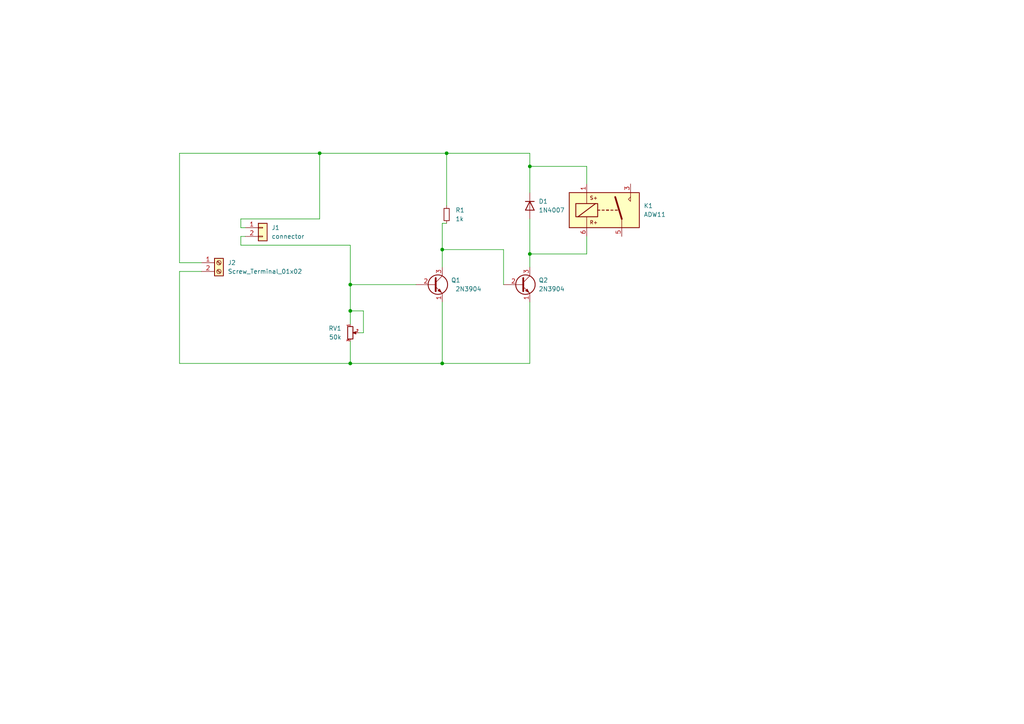
<source format=kicad_sch>
(kicad_sch (version 20211123) (generator eeschema)

  (uuid e63e39d7-6ac0-4ffd-8aa3-1841a4541b55)

  (paper "A4")

  (lib_symbols
    (symbol "Connector:Screw_Terminal_01x02" (pin_names (offset 1.016) hide) (in_bom yes) (on_board yes)
      (property "Reference" "J" (id 0) (at 0 2.54 0)
        (effects (font (size 1.27 1.27)))
      )
      (property "Value" "Screw_Terminal_01x02" (id 1) (at 0 -5.08 0)
        (effects (font (size 1.27 1.27)))
      )
      (property "Footprint" "" (id 2) (at 0 0 0)
        (effects (font (size 1.27 1.27)) hide)
      )
      (property "Datasheet" "~" (id 3) (at 0 0 0)
        (effects (font (size 1.27 1.27)) hide)
      )
      (property "ki_keywords" "screw terminal" (id 4) (at 0 0 0)
        (effects (font (size 1.27 1.27)) hide)
      )
      (property "ki_description" "Generic screw terminal, single row, 01x02, script generated (kicad-library-utils/schlib/autogen/connector/)" (id 5) (at 0 0 0)
        (effects (font (size 1.27 1.27)) hide)
      )
      (property "ki_fp_filters" "TerminalBlock*:*" (id 6) (at 0 0 0)
        (effects (font (size 1.27 1.27)) hide)
      )
      (symbol "Screw_Terminal_01x02_1_1"
        (rectangle (start -1.27 1.27) (end 1.27 -3.81)
          (stroke (width 0.254) (type default) (color 0 0 0 0))
          (fill (type background))
        )
        (circle (center 0 -2.54) (radius 0.635)
          (stroke (width 0.1524) (type default) (color 0 0 0 0))
          (fill (type none))
        )
        (polyline
          (pts
            (xy -0.5334 -2.2098)
            (xy 0.3302 -3.048)
          )
          (stroke (width 0.1524) (type default) (color 0 0 0 0))
          (fill (type none))
        )
        (polyline
          (pts
            (xy -0.5334 0.3302)
            (xy 0.3302 -0.508)
          )
          (stroke (width 0.1524) (type default) (color 0 0 0 0))
          (fill (type none))
        )
        (polyline
          (pts
            (xy -0.3556 -2.032)
            (xy 0.508 -2.8702)
          )
          (stroke (width 0.1524) (type default) (color 0 0 0 0))
          (fill (type none))
        )
        (polyline
          (pts
            (xy -0.3556 0.508)
            (xy 0.508 -0.3302)
          )
          (stroke (width 0.1524) (type default) (color 0 0 0 0))
          (fill (type none))
        )
        (circle (center 0 0) (radius 0.635)
          (stroke (width 0.1524) (type default) (color 0 0 0 0))
          (fill (type none))
        )
        (pin passive line (at -5.08 0 0) (length 3.81)
          (name "Pin_1" (effects (font (size 1.27 1.27))))
          (number "1" (effects (font (size 1.27 1.27))))
        )
        (pin passive line (at -5.08 -2.54 0) (length 3.81)
          (name "Pin_2" (effects (font (size 1.27 1.27))))
          (number "2" (effects (font (size 1.27 1.27))))
        )
      )
    )
    (symbol "Connector_Generic:Conn_01x02" (pin_names (offset 1.016) hide) (in_bom yes) (on_board yes)
      (property "Reference" "J" (id 0) (at 0 2.54 0)
        (effects (font (size 1.27 1.27)))
      )
      (property "Value" "Conn_01x02" (id 1) (at 0 -5.08 0)
        (effects (font (size 1.27 1.27)))
      )
      (property "Footprint" "" (id 2) (at 0 0 0)
        (effects (font (size 1.27 1.27)) hide)
      )
      (property "Datasheet" "~" (id 3) (at 0 0 0)
        (effects (font (size 1.27 1.27)) hide)
      )
      (property "ki_keywords" "connector" (id 4) (at 0 0 0)
        (effects (font (size 1.27 1.27)) hide)
      )
      (property "ki_description" "Generic connector, single row, 01x02, script generated (kicad-library-utils/schlib/autogen/connector/)" (id 5) (at 0 0 0)
        (effects (font (size 1.27 1.27)) hide)
      )
      (property "ki_fp_filters" "Connector*:*_1x??_*" (id 6) (at 0 0 0)
        (effects (font (size 1.27 1.27)) hide)
      )
      (symbol "Conn_01x02_1_1"
        (rectangle (start -1.27 -2.413) (end 0 -2.667)
          (stroke (width 0.1524) (type default) (color 0 0 0 0))
          (fill (type none))
        )
        (rectangle (start -1.27 0.127) (end 0 -0.127)
          (stroke (width 0.1524) (type default) (color 0 0 0 0))
          (fill (type none))
        )
        (rectangle (start -1.27 1.27) (end 1.27 -3.81)
          (stroke (width 0.254) (type default) (color 0 0 0 0))
          (fill (type background))
        )
        (pin passive line (at -5.08 0 0) (length 3.81)
          (name "Pin_1" (effects (font (size 1.27 1.27))))
          (number "1" (effects (font (size 1.27 1.27))))
        )
        (pin passive line (at -5.08 -2.54 0) (length 3.81)
          (name "Pin_2" (effects (font (size 1.27 1.27))))
          (number "2" (effects (font (size 1.27 1.27))))
        )
      )
    )
    (symbol "Device:R_Potentiometer_Small" (pin_names (offset 1.016) hide) (in_bom yes) (on_board yes)
      (property "Reference" "RV" (id 0) (at -4.445 0 90)
        (effects (font (size 1.27 1.27)))
      )
      (property "Value" "R_Potentiometer_Small" (id 1) (at -2.54 0 90)
        (effects (font (size 1.27 1.27)))
      )
      (property "Footprint" "" (id 2) (at 0 0 0)
        (effects (font (size 1.27 1.27)) hide)
      )
      (property "Datasheet" "~" (id 3) (at 0 0 0)
        (effects (font (size 1.27 1.27)) hide)
      )
      (property "ki_keywords" "resistor variable" (id 4) (at 0 0 0)
        (effects (font (size 1.27 1.27)) hide)
      )
      (property "ki_description" "Potentiometer" (id 5) (at 0 0 0)
        (effects (font (size 1.27 1.27)) hide)
      )
      (property "ki_fp_filters" "Potentiometer*" (id 6) (at 0 0 0)
        (effects (font (size 1.27 1.27)) hide)
      )
      (symbol "R_Potentiometer_Small_0_1"
        (polyline
          (pts
            (xy 0.889 0)
            (xy 0.635 0)
            (xy 1.651 0.381)
            (xy 1.651 -0.381)
            (xy 0.635 0)
            (xy 0.889 0)
          )
          (stroke (width 0) (type default) (color 0 0 0 0))
          (fill (type outline))
        )
        (rectangle (start 0.762 1.8034) (end -0.762 -1.8034)
          (stroke (width 0.254) (type default) (color 0 0 0 0))
          (fill (type none))
        )
      )
      (symbol "R_Potentiometer_Small_1_1"
        (pin passive line (at 0 2.54 270) (length 0.635)
          (name "1" (effects (font (size 0.635 0.635))))
          (number "1" (effects (font (size 0.635 0.635))))
        )
        (pin passive line (at 2.54 0 180) (length 0.9906)
          (name "2" (effects (font (size 0.635 0.635))))
          (number "2" (effects (font (size 0.635 0.635))))
        )
        (pin passive line (at 0 -2.54 90) (length 0.635)
          (name "3" (effects (font (size 0.635 0.635))))
          (number "3" (effects (font (size 0.635 0.635))))
        )
      )
    )
    (symbol "Device:R_Small" (pin_numbers hide) (pin_names (offset 0.254) hide) (in_bom yes) (on_board yes)
      (property "Reference" "R" (id 0) (at 0.762 0.508 0)
        (effects (font (size 1.27 1.27)) (justify left))
      )
      (property "Value" "R_Small" (id 1) (at 0.762 -1.016 0)
        (effects (font (size 1.27 1.27)) (justify left))
      )
      (property "Footprint" "" (id 2) (at 0 0 0)
        (effects (font (size 1.27 1.27)) hide)
      )
      (property "Datasheet" "~" (id 3) (at 0 0 0)
        (effects (font (size 1.27 1.27)) hide)
      )
      (property "ki_keywords" "R resistor" (id 4) (at 0 0 0)
        (effects (font (size 1.27 1.27)) hide)
      )
      (property "ki_description" "Resistor, small symbol" (id 5) (at 0 0 0)
        (effects (font (size 1.27 1.27)) hide)
      )
      (property "ki_fp_filters" "R_*" (id 6) (at 0 0 0)
        (effects (font (size 1.27 1.27)) hide)
      )
      (symbol "R_Small_0_1"
        (rectangle (start -0.762 1.778) (end 0.762 -1.778)
          (stroke (width 0.2032) (type default) (color 0 0 0 0))
          (fill (type none))
        )
      )
      (symbol "R_Small_1_1"
        (pin passive line (at 0 2.54 270) (length 0.762)
          (name "~" (effects (font (size 1.27 1.27))))
          (number "1" (effects (font (size 1.27 1.27))))
        )
        (pin passive line (at 0 -2.54 90) (length 0.762)
          (name "~" (effects (font (size 1.27 1.27))))
          (number "2" (effects (font (size 1.27 1.27))))
        )
      )
    )
    (symbol "Diode:1N4007" (pin_numbers hide) (pin_names (offset 1.016) hide) (in_bom yes) (on_board yes)
      (property "Reference" "D" (id 0) (at 0 2.54 0)
        (effects (font (size 1.27 1.27)))
      )
      (property "Value" "1N4007" (id 1) (at 0 -2.54 0)
        (effects (font (size 1.27 1.27)))
      )
      (property "Footprint" "Diode_THT:D_DO-41_SOD81_P10.16mm_Horizontal" (id 2) (at 0 -4.445 0)
        (effects (font (size 1.27 1.27)) hide)
      )
      (property "Datasheet" "http://www.vishay.com/docs/88503/1n4001.pdf" (id 3) (at 0 0 0)
        (effects (font (size 1.27 1.27)) hide)
      )
      (property "ki_keywords" "diode" (id 4) (at 0 0 0)
        (effects (font (size 1.27 1.27)) hide)
      )
      (property "ki_description" "1000V 1A General Purpose Rectifier Diode, DO-41" (id 5) (at 0 0 0)
        (effects (font (size 1.27 1.27)) hide)
      )
      (property "ki_fp_filters" "D*DO?41*" (id 6) (at 0 0 0)
        (effects (font (size 1.27 1.27)) hide)
      )
      (symbol "1N4007_0_1"
        (polyline
          (pts
            (xy -1.27 1.27)
            (xy -1.27 -1.27)
          )
          (stroke (width 0.254) (type default) (color 0 0 0 0))
          (fill (type none))
        )
        (polyline
          (pts
            (xy 1.27 0)
            (xy -1.27 0)
          )
          (stroke (width 0) (type default) (color 0 0 0 0))
          (fill (type none))
        )
        (polyline
          (pts
            (xy 1.27 1.27)
            (xy 1.27 -1.27)
            (xy -1.27 0)
            (xy 1.27 1.27)
          )
          (stroke (width 0.254) (type default) (color 0 0 0 0))
          (fill (type none))
        )
      )
      (symbol "1N4007_1_1"
        (pin passive line (at -3.81 0 0) (length 2.54)
          (name "K" (effects (font (size 1.27 1.27))))
          (number "1" (effects (font (size 1.27 1.27))))
        )
        (pin passive line (at 3.81 0 180) (length 2.54)
          (name "A" (effects (font (size 1.27 1.27))))
          (number "2" (effects (font (size 1.27 1.27))))
        )
      )
    )
    (symbol "Relay:ADW11" (in_bom yes) (on_board yes)
      (property "Reference" "K" (id 0) (at 11.43 3.81 0)
        (effects (font (size 1.27 1.27)))
      )
      (property "Value" "ADW11" (id 1) (at 13.97 1.27 0)
        (effects (font (size 1.27 1.27)))
      )
      (property "Footprint" "Relay_THT:Relay_1P1T_NO_10x24x18.8mm_Panasonic_ADW11xxxxW_THT" (id 2) (at 33.655 -1.27 0)
        (effects (font (size 1.27 1.27)) hide)
      )
      (property "Datasheet" "https://www.panasonic-electric-works.com/pew/es/downloads/ds_dw_hl_en.pdf" (id 3) (at 0 0 0)
        (effects (font (size 1.27 1.27)) hide)
      )
      (property "ki_keywords" "SPST 1P1T" (id 4) (at 0 0 0)
        (effects (font (size 1.27 1.27)) hide)
      )
      (property "ki_description" "Panasonic, 8A/16A, Small Polarized Latching Power Relays, Single coil, 1 Form A" (id 5) (at 0 0 0)
        (effects (font (size 1.27 1.27)) hide)
      )
      (property "ki_fp_filters" "Relay*1P1T*NO*Panasonic*ADW11xxxxW*" (id 6) (at 0 0 0)
        (effects (font (size 1.27 1.27)) hide)
      )
      (symbol "ADW11_1_1"
        (rectangle (start -10.16 5.08) (end 10.16 -5.08)
          (stroke (width 0.254) (type default) (color 0 0 0 0))
          (fill (type background))
        )
        (rectangle (start -8.255 1.905) (end -1.905 -1.905)
          (stroke (width 0.254) (type default) (color 0 0 0 0))
          (fill (type none))
        )
        (polyline
          (pts
            (xy -7.62 -1.905)
            (xy -2.54 1.905)
          )
          (stroke (width 0.254) (type default) (color 0 0 0 0))
          (fill (type none))
        )
        (polyline
          (pts
            (xy -5.08 -5.08)
            (xy -5.08 -1.905)
          )
          (stroke (width 0) (type default) (color 0 0 0 0))
          (fill (type none))
        )
        (polyline
          (pts
            (xy -5.08 5.08)
            (xy -5.08 1.905)
          )
          (stroke (width 0) (type default) (color 0 0 0 0))
          (fill (type none))
        )
        (polyline
          (pts
            (xy -1.905 0)
            (xy -1.27 0)
          )
          (stroke (width 0.254) (type default) (color 0 0 0 0))
          (fill (type none))
        )
        (polyline
          (pts
            (xy -0.635 0)
            (xy 0 0)
          )
          (stroke (width 0.254) (type default) (color 0 0 0 0))
          (fill (type none))
        )
        (polyline
          (pts
            (xy 0.635 0)
            (xy 1.27 0)
          )
          (stroke (width 0.254) (type default) (color 0 0 0 0))
          (fill (type none))
        )
        (polyline
          (pts
            (xy 0.635 0)
            (xy 1.27 0)
          )
          (stroke (width 0.254) (type default) (color 0 0 0 0))
          (fill (type none))
        )
        (polyline
          (pts
            (xy 1.905 0)
            (xy 2.54 0)
          )
          (stroke (width 0.254) (type default) (color 0 0 0 0))
          (fill (type none))
        )
        (polyline
          (pts
            (xy 3.175 0)
            (xy 3.81 0)
          )
          (stroke (width 0.254) (type default) (color 0 0 0 0))
          (fill (type none))
        )
        (polyline
          (pts
            (xy 5.08 -2.54)
            (xy 3.175 3.81)
          )
          (stroke (width 0.508) (type default) (color 0 0 0 0))
          (fill (type none))
        )
        (polyline
          (pts
            (xy 5.08 -2.54)
            (xy 5.08 -5.08)
          )
          (stroke (width 0) (type default) (color 0 0 0 0))
          (fill (type none))
        )
        (polyline
          (pts
            (xy 7.62 3.81)
            (xy 7.62 5.08)
          )
          (stroke (width 0) (type default) (color 0 0 0 0))
          (fill (type none))
        )
        (polyline
          (pts
            (xy 7.62 3.81)
            (xy 7.62 2.54)
            (xy 6.985 3.175)
            (xy 7.62 3.81)
          )
          (stroke (width 0) (type default) (color 0 0 0 0))
          (fill (type none))
        )
        (text "R+" (at -3.048 -3.556 0)
          (effects (font (size 1.016 1.016)))
        )
        (text "S+" (at -3.048 3.556 0)
          (effects (font (size 1.016 1.016)))
        )
        (pin passive line (at -5.08 7.62 270) (length 2.54)
          (name "~" (effects (font (size 1.27 1.27))))
          (number "1" (effects (font (size 1.27 1.27))))
        )
        (pin passive line (at 7.62 7.62 270) (length 2.54)
          (name "~" (effects (font (size 1.27 1.27))))
          (number "3" (effects (font (size 1.27 1.27))))
        )
        (pin passive line (at 5.08 -7.62 90) (length 2.54)
          (name "~" (effects (font (size 1.27 1.27))))
          (number "5" (effects (font (size 1.27 1.27))))
        )
        (pin passive line (at -5.08 -7.62 90) (length 2.54)
          (name "~" (effects (font (size 1.27 1.27))))
          (number "6" (effects (font (size 1.27 1.27))))
        )
      )
    )
    (symbol "Transistor_BJT:2N3904" (pin_names (offset 0) hide) (in_bom yes) (on_board yes)
      (property "Reference" "Q" (id 0) (at 5.08 1.905 0)
        (effects (font (size 1.27 1.27)) (justify left))
      )
      (property "Value" "2N3904" (id 1) (at 5.08 0 0)
        (effects (font (size 1.27 1.27)) (justify left))
      )
      (property "Footprint" "Package_TO_SOT_THT:TO-92_Inline" (id 2) (at 5.08 -1.905 0)
        (effects (font (size 1.27 1.27) italic) (justify left) hide)
      )
      (property "Datasheet" "https://www.onsemi.com/pub/Collateral/2N3903-D.PDF" (id 3) (at 0 0 0)
        (effects (font (size 1.27 1.27)) (justify left) hide)
      )
      (property "ki_keywords" "NPN Transistor" (id 4) (at 0 0 0)
        (effects (font (size 1.27 1.27)) hide)
      )
      (property "ki_description" "0.2A Ic, 40V Vce, Small Signal NPN Transistor, TO-92" (id 5) (at 0 0 0)
        (effects (font (size 1.27 1.27)) hide)
      )
      (property "ki_fp_filters" "TO?92*" (id 6) (at 0 0 0)
        (effects (font (size 1.27 1.27)) hide)
      )
      (symbol "2N3904_0_1"
        (polyline
          (pts
            (xy 0.635 0.635)
            (xy 2.54 2.54)
          )
          (stroke (width 0) (type default) (color 0 0 0 0))
          (fill (type none))
        )
        (polyline
          (pts
            (xy 0.635 -0.635)
            (xy 2.54 -2.54)
            (xy 2.54 -2.54)
          )
          (stroke (width 0) (type default) (color 0 0 0 0))
          (fill (type none))
        )
        (polyline
          (pts
            (xy 0.635 1.905)
            (xy 0.635 -1.905)
            (xy 0.635 -1.905)
          )
          (stroke (width 0.508) (type default) (color 0 0 0 0))
          (fill (type none))
        )
        (polyline
          (pts
            (xy 1.27 -1.778)
            (xy 1.778 -1.27)
            (xy 2.286 -2.286)
            (xy 1.27 -1.778)
            (xy 1.27 -1.778)
          )
          (stroke (width 0) (type default) (color 0 0 0 0))
          (fill (type outline))
        )
        (circle (center 1.27 0) (radius 2.8194)
          (stroke (width 0.254) (type default) (color 0 0 0 0))
          (fill (type none))
        )
      )
      (symbol "2N3904_1_1"
        (pin passive line (at 2.54 -5.08 90) (length 2.54)
          (name "E" (effects (font (size 1.27 1.27))))
          (number "1" (effects (font (size 1.27 1.27))))
        )
        (pin passive line (at -5.08 0 0) (length 5.715)
          (name "B" (effects (font (size 1.27 1.27))))
          (number "2" (effects (font (size 1.27 1.27))))
        )
        (pin passive line (at 2.54 5.08 270) (length 2.54)
          (name "C" (effects (font (size 1.27 1.27))))
          (number "3" (effects (font (size 1.27 1.27))))
        )
      )
    )
  )

  (junction (at 92.71 44.45) (diameter 0) (color 0 0 0 0)
    (uuid 424aa57f-4065-4bcb-adbe-ee92404d2429)
  )
  (junction (at 128.27 72.39) (diameter 0) (color 0 0 0 0)
    (uuid 65d4e368-9c1c-4367-8675-f7a538d33e04)
  )
  (junction (at 153.67 73.66) (diameter 0) (color 0 0 0 0)
    (uuid 7ec49b50-95c4-4c4b-90ec-5765ce8d59a3)
  )
  (junction (at 128.27 105.41) (diameter 0) (color 0 0 0 0)
    (uuid 8ad751d3-4d1b-4627-8da9-e39d2b9a7d68)
  )
  (junction (at 101.6 82.55) (diameter 0) (color 0 0 0 0)
    (uuid a1902153-778f-44a1-850e-b194d5d34c13)
  )
  (junction (at 101.6 105.41) (diameter 0) (color 0 0 0 0)
    (uuid b866adc5-4a32-4e95-aa89-26f2b7caa381)
  )
  (junction (at 129.54 44.45) (diameter 0) (color 0 0 0 0)
    (uuid c198d2c9-bf94-429e-9940-d9942ba25e8e)
  )
  (junction (at 153.67 48.26) (diameter 0) (color 0 0 0 0)
    (uuid cef4cf18-b702-43b1-89de-02fb9e2e7b7c)
  )
  (junction (at 101.6 90.17) (diameter 0) (color 0 0 0 0)
    (uuid dd1d9d84-0f4b-4bc2-a484-aae97f950408)
  )

  (wire (pts (xy 92.71 44.45) (xy 52.07 44.45))
    (stroke (width 0) (type default) (color 0 0 0 0))
    (uuid 02479a7e-8be3-4669-9bc2-380b99535241)
  )
  (wire (pts (xy 101.6 82.55) (xy 101.6 90.17))
    (stroke (width 0) (type default) (color 0 0 0 0))
    (uuid 08b0019c-3321-4354-a4b1-3325dada3ff2)
  )
  (wire (pts (xy 58.42 78.74) (xy 52.07 78.74))
    (stroke (width 0) (type default) (color 0 0 0 0))
    (uuid 094febb7-5d8f-4fac-b06a-a79cb60eb830)
  )
  (wire (pts (xy 52.07 44.45) (xy 52.07 76.2))
    (stroke (width 0) (type default) (color 0 0 0 0))
    (uuid 0c95379d-f1c3-4aa1-89af-52177f1cc865)
  )
  (wire (pts (xy 146.05 82.55) (xy 146.05 72.39))
    (stroke (width 0) (type default) (color 0 0 0 0))
    (uuid 121adb36-6947-4125-905e-a45066dd94f2)
  )
  (wire (pts (xy 128.27 105.41) (xy 101.6 105.41))
    (stroke (width 0) (type default) (color 0 0 0 0))
    (uuid 14cf4cfb-c1cd-47a8-8549-007d2e2c56f4)
  )
  (wire (pts (xy 146.05 72.39) (xy 128.27 72.39))
    (stroke (width 0) (type default) (color 0 0 0 0))
    (uuid 14d53526-2ffb-4d05-8740-bfc9da25797b)
  )
  (wire (pts (xy 104.14 96.52) (xy 105.41 96.52))
    (stroke (width 0) (type default) (color 0 0 0 0))
    (uuid 29c4142c-0b4a-4141-ba36-bc46df8b6d02)
  )
  (wire (pts (xy 153.67 44.45) (xy 153.67 48.26))
    (stroke (width 0) (type default) (color 0 0 0 0))
    (uuid 3be5c272-7369-4114-9e5a-62d0f0b80296)
  )
  (wire (pts (xy 153.67 73.66) (xy 153.67 77.47))
    (stroke (width 0) (type default) (color 0 0 0 0))
    (uuid 3c44f217-ab93-4c49-94e5-6e4873bd7a91)
  )
  (wire (pts (xy 129.54 44.45) (xy 153.67 44.45))
    (stroke (width 0) (type default) (color 0 0 0 0))
    (uuid 40410bc5-3bd7-4ddb-90f3-94dafa57a18d)
  )
  (wire (pts (xy 170.18 48.26) (xy 170.18 53.34))
    (stroke (width 0) (type default) (color 0 0 0 0))
    (uuid 4d24f783-afb0-42a0-9683-e8b59325e024)
  )
  (wire (pts (xy 153.67 105.41) (xy 128.27 105.41))
    (stroke (width 0) (type default) (color 0 0 0 0))
    (uuid 5cba978d-0926-4d26-9944-5d9d57996c60)
  )
  (wire (pts (xy 69.85 71.12) (xy 69.85 68.58))
    (stroke (width 0) (type default) (color 0 0 0 0))
    (uuid 64324c7a-6cdf-4f41-b083-e799830d3a16)
  )
  (wire (pts (xy 129.54 59.69) (xy 129.54 44.45))
    (stroke (width 0) (type default) (color 0 0 0 0))
    (uuid 66b3b340-0c2c-4376-8a54-e597792b7c5e)
  )
  (wire (pts (xy 128.27 87.63) (xy 128.27 105.41))
    (stroke (width 0) (type default) (color 0 0 0 0))
    (uuid 74787b93-3bf0-4987-abcd-cef66c2e3046)
  )
  (wire (pts (xy 101.6 99.06) (xy 101.6 105.41))
    (stroke (width 0) (type default) (color 0 0 0 0))
    (uuid 7afd13ec-1226-441e-bb20-646944629370)
  )
  (wire (pts (xy 69.85 63.5) (xy 92.71 63.5))
    (stroke (width 0) (type default) (color 0 0 0 0))
    (uuid 7d551cc8-80c5-40d0-a988-3a7d0922c903)
  )
  (wire (pts (xy 71.12 66.04) (xy 69.85 66.04))
    (stroke (width 0) (type default) (color 0 0 0 0))
    (uuid 84a2734d-549d-49ab-a2de-0ef117b92642)
  )
  (wire (pts (xy 153.67 48.26) (xy 170.18 48.26))
    (stroke (width 0) (type default) (color 0 0 0 0))
    (uuid 8836a068-d74f-431e-a1e5-f8eb4b124eae)
  )
  (wire (pts (xy 92.71 44.45) (xy 129.54 44.45))
    (stroke (width 0) (type default) (color 0 0 0 0))
    (uuid 8940f9f2-43b5-4631-9db1-817ac7cad72d)
  )
  (wire (pts (xy 101.6 71.12) (xy 101.6 82.55))
    (stroke (width 0) (type default) (color 0 0 0 0))
    (uuid 8d08d946-542b-44ba-9baa-01deed193979)
  )
  (wire (pts (xy 128.27 77.47) (xy 128.27 72.39))
    (stroke (width 0) (type default) (color 0 0 0 0))
    (uuid 8e6b63a5-2173-4c04-978a-130a4cd03c79)
  )
  (wire (pts (xy 69.85 68.58) (xy 71.12 68.58))
    (stroke (width 0) (type default) (color 0 0 0 0))
    (uuid 9ff74cdb-b1b8-48f7-a465-7760b81dfa5e)
  )
  (wire (pts (xy 92.71 63.5) (xy 92.71 44.45))
    (stroke (width 0) (type default) (color 0 0 0 0))
    (uuid a5bf075a-2a48-4af8-81ea-930ea8eff0bc)
  )
  (wire (pts (xy 101.6 71.12) (xy 69.85 71.12))
    (stroke (width 0) (type default) (color 0 0 0 0))
    (uuid a75c2536-25aa-499d-b4ce-89580d7000a6)
  )
  (wire (pts (xy 120.65 82.55) (xy 101.6 82.55))
    (stroke (width 0) (type default) (color 0 0 0 0))
    (uuid a867811c-89cb-47c9-a3c0-ac45e0acd490)
  )
  (wire (pts (xy 105.41 90.17) (xy 101.6 90.17))
    (stroke (width 0) (type default) (color 0 0 0 0))
    (uuid a9237ca8-88e2-437b-a1bd-e8fb0ff25120)
  )
  (wire (pts (xy 105.41 96.52) (xy 105.41 90.17))
    (stroke (width 0) (type default) (color 0 0 0 0))
    (uuid abf09b91-7d31-4dbe-97de-ed284bdd95f8)
  )
  (wire (pts (xy 101.6 105.41) (xy 52.07 105.41))
    (stroke (width 0) (type default) (color 0 0 0 0))
    (uuid b44d7f8c-0783-48f7-b2bf-0df986a28e56)
  )
  (wire (pts (xy 170.18 68.58) (xy 170.18 73.66))
    (stroke (width 0) (type default) (color 0 0 0 0))
    (uuid b4da0752-9255-4bac-97d9-905e5effd578)
  )
  (wire (pts (xy 128.27 72.39) (xy 128.27 64.77))
    (stroke (width 0) (type default) (color 0 0 0 0))
    (uuid be290f9a-3be5-4b4f-b0b5-759666231418)
  )
  (wire (pts (xy 153.67 63.5) (xy 153.67 73.66))
    (stroke (width 0) (type default) (color 0 0 0 0))
    (uuid bfed6dad-7113-42c4-a326-81e1a52d6a37)
  )
  (wire (pts (xy 153.67 87.63) (xy 153.67 105.41))
    (stroke (width 0) (type default) (color 0 0 0 0))
    (uuid d1b11278-5dc4-459a-a8e0-335b10f4a469)
  )
  (wire (pts (xy 153.67 48.26) (xy 153.67 55.88))
    (stroke (width 0) (type default) (color 0 0 0 0))
    (uuid d2aa5f44-4de3-4d13-9a8d-aebdd173fbb3)
  )
  (wire (pts (xy 69.85 66.04) (xy 69.85 63.5))
    (stroke (width 0) (type default) (color 0 0 0 0))
    (uuid d3d93f2f-8a39-4b35-8dcf-ca44dd50616c)
  )
  (wire (pts (xy 52.07 78.74) (xy 52.07 105.41))
    (stroke (width 0) (type default) (color 0 0 0 0))
    (uuid dd614fdd-2bd5-4b91-a050-42d2cb7c1327)
  )
  (wire (pts (xy 101.6 90.17) (xy 101.6 93.98))
    (stroke (width 0) (type default) (color 0 0 0 0))
    (uuid e2e27a1a-61a4-4803-8c56-5705392ce59b)
  )
  (wire (pts (xy 128.27 64.77) (xy 129.54 64.77))
    (stroke (width 0) (type default) (color 0 0 0 0))
    (uuid f4bb7e62-bc28-48ce-9a35-445637b656b5)
  )
  (wire (pts (xy 153.67 73.66) (xy 170.18 73.66))
    (stroke (width 0) (type default) (color 0 0 0 0))
    (uuid f59167db-872b-4b99-80b8-512ed5d5cee0)
  )
  (wire (pts (xy 52.07 76.2) (xy 58.42 76.2))
    (stroke (width 0) (type default) (color 0 0 0 0))
    (uuid f6c2ac0a-98e5-4d0f-8fc5-d2f66d1628f5)
  )

  (symbol (lib_id "Connector:Screw_Terminal_01x02") (at 63.5 76.2 0) (unit 1)
    (in_bom yes) (on_board yes) (fields_autoplaced)
    (uuid 0c5ae104-5f6a-462e-9b76-ffcd94462bbe)
    (property "Reference" "J2" (id 0) (at 66.04 76.1999 0)
      (effects (font (size 1.27 1.27)) (justify left))
    )
    (property "Value" "" (id 1) (at 66.04 78.7399 0)
      (effects (font (size 1.27 1.27)) (justify left))
    )
    (property "Footprint" "" (id 2) (at 63.5 76.2 0)
      (effects (font (size 1.27 1.27)) hide)
    )
    (property "Datasheet" "~" (id 3) (at 63.5 76.2 0)
      (effects (font (size 1.27 1.27)) hide)
    )
    (pin "1" (uuid 644be4a6-1e55-414d-a68c-a545e48e63e7))
    (pin "2" (uuid 542e3345-429e-49c3-bd23-4a25b474901d))
  )

  (symbol (lib_id "Diode:1N4007") (at 153.67 59.69 270) (unit 1)
    (in_bom yes) (on_board yes) (fields_autoplaced)
    (uuid 0dea0345-6808-4180-bd83-4a32bb9ba8d2)
    (property "Reference" "D1" (id 0) (at 156.21 58.4199 90)
      (effects (font (size 1.27 1.27)) (justify left))
    )
    (property "Value" "1N4007" (id 1) (at 156.21 60.9599 90)
      (effects (font (size 1.27 1.27)) (justify left))
    )
    (property "Footprint" "Diode_THT:D_DO-41_SOD81_P10.16mm_Horizontal" (id 2) (at 149.225 59.69 0)
      (effects (font (size 1.27 1.27)) hide)
    )
    (property "Datasheet" "http://www.vishay.com/docs/88503/1n4001.pdf" (id 3) (at 153.67 59.69 0)
      (effects (font (size 1.27 1.27)) hide)
    )
    (pin "1" (uuid bff2afc8-bf04-4a20-9e15-2b02310b6d79))
    (pin "2" (uuid 2ddfd9c2-a794-4ad9-be67-ca54dcea94fe))
  )

  (symbol (lib_id "Transistor_BJT:2N3904") (at 125.73 82.55 0) (unit 1)
    (in_bom yes) (on_board yes)
    (uuid 689e49bf-7f41-4390-9297-8151fb94eb64)
    (property "Reference" "Q1" (id 0) (at 130.81 81.2799 0)
      (effects (font (size 1.27 1.27)) (justify left))
    )
    (property "Value" "2N3904" (id 1) (at 132.08 83.82 0)
      (effects (font (size 1.27 1.27)) (justify left))
    )
    (property "Footprint" "Package_TO_SOT_THT:TO-92_Inline" (id 2) (at 130.81 84.455 0)
      (effects (font (size 1.27 1.27) italic) (justify left) hide)
    )
    (property "Datasheet" "https://www.onsemi.com/pub/Collateral/2N3903-D.PDF" (id 3) (at 125.73 82.55 0)
      (effects (font (size 1.27 1.27)) (justify left) hide)
    )
    (pin "1" (uuid 0e852933-f119-4b7f-a503-b829e02656a9))
    (pin "2" (uuid 96cc7009-e5c2-4181-9848-d145b9196cc4))
    (pin "3" (uuid e208ea3a-d990-4992-b395-c95b18b77f83))
  )

  (symbol (lib_id "Connector_Generic:Conn_01x02") (at 76.2 66.04 0) (unit 1)
    (in_bom yes) (on_board yes) (fields_autoplaced)
    (uuid 85705930-0850-44b9-bc2d-76e756994d34)
    (property "Reference" "J1" (id 0) (at 78.74 66.0399 0)
      (effects (font (size 1.27 1.27)) (justify left))
    )
    (property "Value" "" (id 1) (at 78.74 68.5799 0)
      (effects (font (size 1.27 1.27)) (justify left))
    )
    (property "Footprint" "" (id 2) (at 76.2 66.04 0)
      (effects (font (size 1.27 1.27)) hide)
    )
    (property "Datasheet" "~" (id 3) (at 76.2 66.04 0)
      (effects (font (size 1.27 1.27)) hide)
    )
    (pin "1" (uuid 3f70786c-51ba-4695-9a71-96452e835d07))
    (pin "2" (uuid de097fb4-477c-417d-bbd4-baadec4de0d9))
  )

  (symbol (lib_id "Transistor_BJT:2N3904") (at 151.13 82.55 0) (unit 1)
    (in_bom yes) (on_board yes) (fields_autoplaced)
    (uuid 9d86002a-4404-4832-bfc8-aaaacfcac63c)
    (property "Reference" "Q2" (id 0) (at 156.21 81.2799 0)
      (effects (font (size 1.27 1.27)) (justify left))
    )
    (property "Value" "2N3904" (id 1) (at 156.21 83.8199 0)
      (effects (font (size 1.27 1.27)) (justify left))
    )
    (property "Footprint" "Package_TO_SOT_THT:TO-92_Inline" (id 2) (at 156.21 84.455 0)
      (effects (font (size 1.27 1.27) italic) (justify left) hide)
    )
    (property "Datasheet" "https://www.onsemi.com/pub/Collateral/2N3903-D.PDF" (id 3) (at 151.13 82.55 0)
      (effects (font (size 1.27 1.27)) (justify left) hide)
    )
    (pin "1" (uuid 7992e7fa-d78e-4b15-9a5d-6ec09843cf51))
    (pin "2" (uuid bec6e4e8-f492-4d4d-99a3-c79b3906d702))
    (pin "3" (uuid 93388e75-5aae-4c60-aafc-c00b24e05047))
  )

  (symbol (lib_id "Device:R_Small") (at 129.54 62.23 0) (unit 1)
    (in_bom yes) (on_board yes) (fields_autoplaced)
    (uuid a2820de7-ac5e-4e6c-b34d-05443eb45397)
    (property "Reference" "R1" (id 0) (at 132.08 60.9599 0)
      (effects (font (size 1.27 1.27)) (justify left))
    )
    (property "Value" "1k" (id 1) (at 132.08 63.4999 0)
      (effects (font (size 1.27 1.27)) (justify left))
    )
    (property "Footprint" "Resistor_THT:R_Axial_DIN0204_L3.6mm_D1.6mm_P5.08mm_Horizontal" (id 2) (at 129.54 62.23 0)
      (effects (font (size 1.27 1.27)) hide)
    )
    (property "Datasheet" "~" (id 3) (at 129.54 62.23 0)
      (effects (font (size 1.27 1.27)) hide)
    )
    (pin "1" (uuid 3fce9cf2-f532-47a5-a866-cfa1b81d5b6e))
    (pin "2" (uuid 3941e38b-0a75-43ff-adf9-87a54448401a))
  )

  (symbol (lib_id "Device:R_Potentiometer_Small") (at 101.6 96.52 0) (unit 1)
    (in_bom yes) (on_board yes) (fields_autoplaced)
    (uuid d0dbdc6b-b875-4795-b37b-17f40d6c3217)
    (property "Reference" "RV1" (id 0) (at 99.06 95.2499 0)
      (effects (font (size 1.27 1.27)) (justify right))
    )
    (property "Value" "50k" (id 1) (at 99.06 97.7899 0)
      (effects (font (size 1.27 1.27)) (justify right))
    )
    (property "Footprint" "Potentiometer_THT:Potentiometer_ACP_CA6-H2,5_Horizontal" (id 2) (at 101.6 96.52 0)
      (effects (font (size 1.27 1.27)) hide)
    )
    (property "Datasheet" "~" (id 3) (at 101.6 96.52 0)
      (effects (font (size 1.27 1.27)) hide)
    )
    (pin "1" (uuid 7d6c5239-9f90-4b86-ae57-8be9df0770cf))
    (pin "2" (uuid a701b606-eca9-4fe2-a0ab-0867a3a0b42f))
    (pin "3" (uuid 9539b5e7-d290-40ad-a1c1-a8263aa3c3e3))
  )

  (symbol (lib_id "Relay:ADW11") (at 175.26 60.96 0) (unit 1)
    (in_bom yes) (on_board yes) (fields_autoplaced)
    (uuid ff7a968f-7640-4ce3-9f4f-aae4581d5fc1)
    (property "Reference" "K1" (id 0) (at 186.69 59.6899 0)
      (effects (font (size 1.27 1.27)) (justify left))
    )
    (property "Value" "" (id 1) (at 186.69 62.2299 0)
      (effects (font (size 1.27 1.27)) (justify left))
    )
    (property "Footprint" "" (id 2) (at 208.915 62.23 0)
      (effects (font (size 1.27 1.27)) hide)
    )
    (property "Datasheet" "https://www.panasonic-electric-works.com/pew/es/downloads/ds_dw_hl_en.pdf" (id 3) (at 175.26 60.96 0)
      (effects (font (size 1.27 1.27)) hide)
    )
    (pin "1" (uuid 6e8e9621-1761-4be4-b47a-fa6b1c025707))
    (pin "3" (uuid 97a17ffb-7ade-4c62-b6bd-20debad21dd8))
    (pin "5" (uuid b03c9f8f-e091-4025-8f35-c4a6290036fe))
    (pin "6" (uuid de78d66b-21ff-49c4-a034-4026c564b64e))
  )

  (sheet_instances
    (path "/" (page "1"))
  )

  (symbol_instances
    (path "/0dea0345-6808-4180-bd83-4a32bb9ba8d2"
      (reference "D1") (unit 1) (value "1N4007") (footprint "Diode_THT:D_DO-41_SOD81_P10.16mm_Horizontal")
    )
    (path "/85705930-0850-44b9-bc2d-76e756994d34"
      (reference "J1") (unit 1) (value "connector") (footprint "Connector:JWT_A3963_1x02_P3.96mm_Vertical")
    )
    (path "/0c5ae104-5f6a-462e-9b76-ffcd94462bbe"
      (reference "J2") (unit 1) (value "Screw_Terminal_01x02") (footprint "Connector:JWT_A3963_1x02_P3.96mm_Vertical")
    )
    (path "/ff7a968f-7640-4ce3-9f4f-aae4581d5fc1"
      (reference "K1") (unit 1) (value "ADW11") (footprint "Relay_THT:Relay_1P1T_NO_10x24x18.8mm_Panasonic_ADW11xxxxW_THT")
    )
    (path "/689e49bf-7f41-4390-9297-8151fb94eb64"
      (reference "Q1") (unit 1) (value "2N3904") (footprint "Package_TO_SOT_THT:TO-92_Inline")
    )
    (path "/9d86002a-4404-4832-bfc8-aaaacfcac63c"
      (reference "Q2") (unit 1) (value "2N3904") (footprint "Package_TO_SOT_THT:TO-92_Inline")
    )
    (path "/a2820de7-ac5e-4e6c-b34d-05443eb45397"
      (reference "R1") (unit 1) (value "1k") (footprint "Resistor_THT:R_Axial_DIN0204_L3.6mm_D1.6mm_P5.08mm_Horizontal")
    )
    (path "/d0dbdc6b-b875-4795-b37b-17f40d6c3217"
      (reference "RV1") (unit 1) (value "50k") (footprint "Potentiometer_THT:Potentiometer_ACP_CA6-H2,5_Horizontal")
    )
  )
)

</source>
